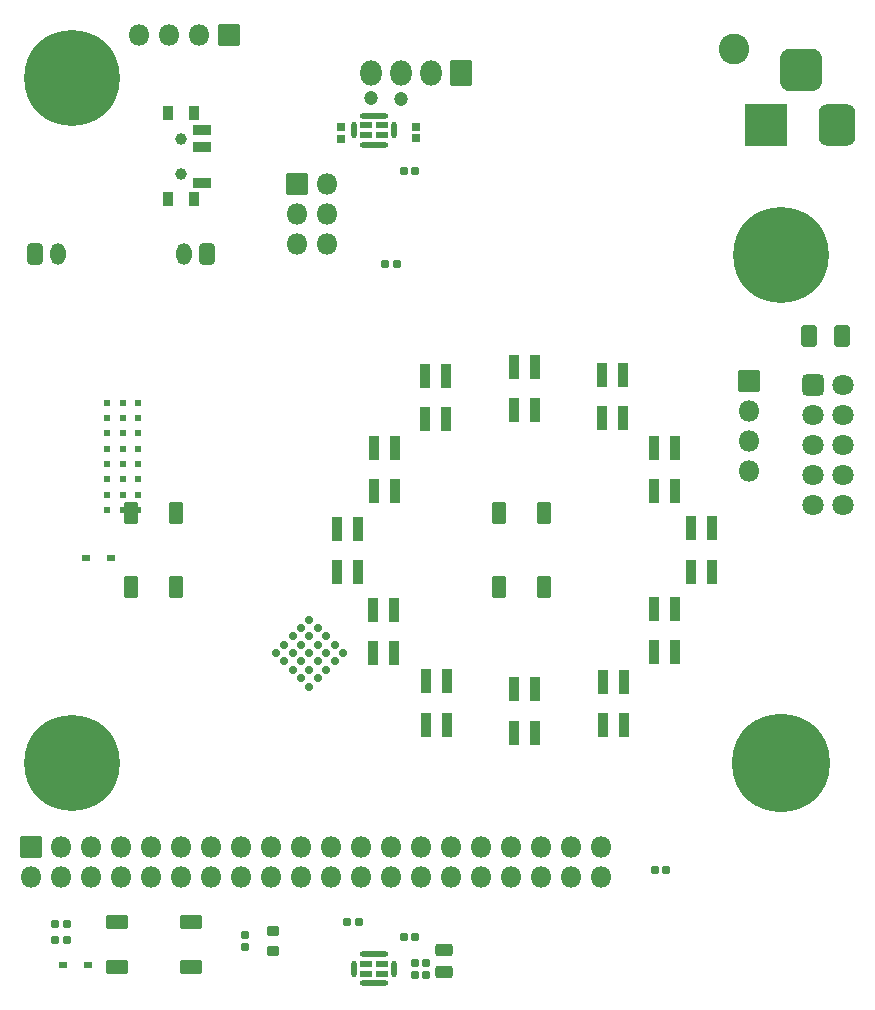
<source format=gbr>
G04 #@! TF.GenerationSoftware,KiCad,Pcbnew,(6.0.7)*
G04 #@! TF.CreationDate,2022-07-29T08:46:12-07:00*
G04 #@! TF.ProjectId,SJ-201-R10,534a2d32-3031-42d5-9231-302e6b696361,rev?*
G04 #@! TF.SameCoordinates,Original*
G04 #@! TF.FileFunction,Soldermask,Bot*
G04 #@! TF.FilePolarity,Negative*
%FSLAX46Y46*%
G04 Gerber Fmt 4.6, Leading zero omitted, Abs format (unit mm)*
G04 Created by KiCad (PCBNEW (6.0.7)) date 2022-07-29 08:46:12*
%MOMM*%
%LPD*%
G01*
G04 APERTURE LIST*
G04 Aperture macros list*
%AMRoundRect*
0 Rectangle with rounded corners*
0 $1 Rounding radius*
0 $2 $3 $4 $5 $6 $7 $8 $9 X,Y pos of 4 corners*
0 Add a 4 corners polygon primitive as box body*
4,1,4,$2,$3,$4,$5,$6,$7,$8,$9,$2,$3,0*
0 Add four circle primitives for the rounded corners*
1,1,$1+$1,$2,$3*
1,1,$1+$1,$4,$5*
1,1,$1+$1,$6,$7*
1,1,$1+$1,$8,$9*
0 Add four rect primitives between the rounded corners*
20,1,$1+$1,$2,$3,$4,$5,0*
20,1,$1+$1,$4,$5,$6,$7,0*
20,1,$1+$1,$6,$7,$8,$9,0*
20,1,$1+$1,$8,$9,$2,$3,0*%
G04 Aperture macros list end*
%ADD10C,1.202000*%
%ADD11RoundRect,0.051000X-0.865000X1.015000X-0.865000X-1.015000X0.865000X-1.015000X0.865000X1.015000X0*%
%ADD12O,1.832000X2.132000*%
%ADD13RoundRect,0.051000X-0.850000X-0.850000X0.850000X-0.850000X0.850000X0.850000X-0.850000X0.850000X0*%
%ADD14O,1.802000X1.802000*%
%ADD15RoundRect,0.051000X1.750000X1.750000X-1.750000X1.750000X-1.750000X-1.750000X1.750000X-1.750000X0*%
%ADD16RoundRect,0.801000X0.750000X1.000000X-0.750000X1.000000X-0.750000X-1.000000X0.750000X-1.000000X0*%
%ADD17RoundRect,0.926000X0.875000X0.875000X-0.875000X0.875000X-0.875000X-0.875000X0.875000X-0.875000X0*%
%ADD18RoundRect,0.300999X-0.350001X-0.625001X0.350001X-0.625001X0.350001X0.625001X-0.350001X0.625001X0*%
%ADD19O,1.302000X1.852000*%
%ADD20RoundRect,0.300999X0.350001X0.625001X-0.350001X0.625001X-0.350001X-0.625001X0.350001X-0.625001X0*%
%ADD21C,8.102000*%
%ADD22RoundRect,0.051000X0.850000X-0.850000X0.850000X0.850000X-0.850000X0.850000X-0.850000X-0.850000X0*%
%ADD23C,8.302000*%
%ADD24C,0.601999*%
%ADD25RoundRect,0.301000X-0.600000X-0.600000X0.600000X-0.600000X0.600000X0.600000X-0.600000X0.600000X0*%
%ADD26C,1.802000*%
%ADD27C,0.702000*%
%ADD28RoundRect,0.051000X-0.850000X0.850000X-0.850000X-0.850000X0.850000X-0.850000X0.850000X0.850000X0*%
%ADD29RoundRect,0.051000X0.400000X-0.950000X0.400000X0.950000X-0.400000X0.950000X-0.400000X-0.950000X0*%
%ADD30RoundRect,0.051000X-0.475000X0.200000X-0.475000X-0.200000X0.475000X-0.200000X0.475000X0.200000X0*%
%ADD31RoundRect,0.201150X0.024850X0.499850X-0.024850X0.499850X-0.024850X-0.499850X0.024850X-0.499850X0*%
%ADD32RoundRect,0.201150X-0.999850X0.024850X-0.999850X-0.024850X0.999850X-0.024850X0.999850X0.024850X0*%
%ADD33C,2.602000*%
%ADD34RoundRect,0.198500X0.147500X0.172500X-0.147500X0.172500X-0.147500X-0.172500X0.147500X-0.172500X0*%
%ADD35RoundRect,0.198500X0.172500X-0.147500X0.172500X0.147500X-0.172500X0.147500X-0.172500X-0.147500X0*%
%ADD36RoundRect,0.051000X0.500000X-0.850000X0.500000X0.850000X-0.500000X0.850000X-0.500000X-0.850000X0*%
%ADD37RoundRect,0.198500X-0.147500X-0.172500X0.147500X-0.172500X0.147500X0.172500X-0.147500X0.172500X0*%
%ADD38RoundRect,0.051000X0.850000X0.500000X-0.850000X0.500000X-0.850000X-0.500000X0.850000X-0.500000X0*%
%ADD39RoundRect,0.051000X0.400000X-0.500000X0.400000X0.500000X-0.400000X0.500000X-0.400000X-0.500000X0*%
%ADD40C,1.002000*%
%ADD41RoundRect,0.051000X0.750000X-0.350000X0.750000X0.350000X-0.750000X0.350000X-0.750000X-0.350000X0*%
%ADD42RoundRect,0.294750X0.456250X-0.243750X0.456250X0.243750X-0.456250X0.243750X-0.456250X-0.243750X0*%
%ADD43RoundRect,0.051000X-0.300000X-0.225000X0.300000X-0.225000X0.300000X0.225000X-0.300000X0.225000X0*%
%ADD44RoundRect,0.191000X0.140000X0.170000X-0.140000X0.170000X-0.140000X-0.170000X0.140000X-0.170000X0*%
%ADD45RoundRect,0.191000X-0.140000X-0.170000X0.140000X-0.170000X0.140000X0.170000X-0.140000X0.170000X0*%
%ADD46RoundRect,0.186000X-0.185000X0.135000X-0.185000X-0.135000X0.185000X-0.135000X0.185000X0.135000X0*%
%ADD47RoundRect,0.251000X-0.275000X0.200000X-0.275000X-0.200000X0.275000X-0.200000X0.275000X0.200000X0*%
%ADD48RoundRect,0.051000X0.300000X0.225000X-0.300000X0.225000X-0.300000X-0.225000X0.300000X-0.225000X0*%
%ADD49RoundRect,0.301000X-0.375000X-0.625000X0.375000X-0.625000X0.375000X0.625000X-0.375000X0.625000X0*%
G04 APERTURE END LIST*
D10*
G04 #@! TO.C,J7*
X34840000Y-7366000D03*
X32300000Y-7329000D03*
D11*
X39920000Y-5206000D03*
D12*
X37380000Y-5206000D03*
X34840000Y-5206000D03*
X32300000Y-5206000D03*
G04 #@! TD*
D13*
G04 #@! TO.C,J5*
X64312800Y-31252000D03*
D14*
X64312800Y-33792000D03*
X64312800Y-36332000D03*
X64312800Y-38872000D03*
G04 #@! TD*
D15*
G04 #@! TO.C,J1*
X65710000Y-9626000D03*
D16*
X71710000Y-9626000D03*
D17*
X68710000Y-4926000D03*
G04 #@! TD*
D18*
G04 #@! TO.C,J3*
X3835400Y-20548600D03*
D19*
X5835400Y-20548600D03*
G04 #@! TD*
D20*
G04 #@! TO.C,J4*
X18433800Y-20556400D03*
D19*
X16433800Y-20556400D03*
G04 #@! TD*
D21*
G04 #@! TO.C,H3*
X7014300Y-5637800D03*
G04 #@! TD*
D22*
G04 #@! TO.C,J6*
X3552000Y-70746000D03*
D14*
X3552000Y-73286000D03*
X6092000Y-70746000D03*
X6092000Y-73286000D03*
X8632000Y-70746000D03*
X8632000Y-73286000D03*
X11172000Y-70746000D03*
X11172000Y-73286000D03*
X13712000Y-70746000D03*
X13712000Y-73286000D03*
X16252000Y-70746000D03*
X16252000Y-73286000D03*
X18792000Y-70746000D03*
X18792000Y-73286000D03*
X21332000Y-70746000D03*
X21332000Y-73286000D03*
X23872000Y-70746000D03*
X23872000Y-73286000D03*
X26412000Y-70746000D03*
X26412000Y-73286000D03*
X28952000Y-70746000D03*
X28952000Y-73286000D03*
X31492000Y-70746000D03*
X31492000Y-73286000D03*
X34032000Y-70746000D03*
X34032000Y-73286000D03*
X36572000Y-70746000D03*
X36572000Y-73286000D03*
X39112000Y-70746000D03*
X39112000Y-73286000D03*
X41652000Y-70746000D03*
X41652000Y-73286000D03*
X44192000Y-70746000D03*
X44192000Y-73286000D03*
X46732000Y-70746000D03*
X46732000Y-73286000D03*
X49272000Y-70746000D03*
X49272000Y-73286000D03*
X51812000Y-70746000D03*
X51812000Y-73286000D03*
G04 #@! TD*
D21*
G04 #@! TO.C,H4*
X7014300Y-63626000D03*
G04 #@! TD*
G04 #@! TO.C,H1*
X67021800Y-20623800D03*
G04 #@! TD*
D23*
G04 #@! TO.C,H2*
X67034500Y-63638700D03*
G04 #@! TD*
D24*
G04 #@! TO.C,U3*
X11261300Y-33106499D03*
X9961300Y-40906501D03*
X9961300Y-35706499D03*
X12561300Y-35706499D03*
X12561300Y-38306501D03*
X12561300Y-37006499D03*
X9961300Y-39606501D03*
X12561300Y-33106499D03*
X11261300Y-40906501D03*
X12561300Y-39606501D03*
X12561300Y-34406499D03*
X9961300Y-37006499D03*
X11261300Y-34406499D03*
X11261300Y-38306501D03*
X9961300Y-34406499D03*
X11261300Y-37006499D03*
X11261300Y-35706499D03*
X9961300Y-38306501D03*
X12561300Y-40906501D03*
X9961300Y-33106499D03*
X11261300Y-39606501D03*
X9961300Y-42206501D03*
X12561300Y-42206501D03*
X11261300Y-42206501D03*
G04 #@! TD*
D25*
G04 #@! TO.C,J11*
X69723000Y-31593400D03*
D26*
X72263000Y-31593400D03*
X69723000Y-34133400D03*
X72263000Y-34133400D03*
X69723000Y-36673400D03*
X72263000Y-36673400D03*
X69723000Y-39213400D03*
X72263000Y-39213400D03*
X69723000Y-41753400D03*
X72263000Y-41753400D03*
G04 #@! TD*
D27*
G04 #@! TO.C,U8*
X29209518Y-55018559D03*
X27795304Y-53604345D03*
X26381091Y-56432773D03*
X25673984Y-52897239D03*
X24966877Y-55018559D03*
X27795304Y-55018559D03*
X27088197Y-55725666D03*
X27795304Y-56432773D03*
X28502411Y-55725666D03*
X29916625Y-54311452D03*
X27088197Y-52897239D03*
X29209518Y-53604345D03*
X28502411Y-54311452D03*
X25673984Y-54311452D03*
X28502411Y-52897239D03*
X26381091Y-55018559D03*
X24966877Y-53604345D03*
X24259770Y-54311452D03*
X26381091Y-52190132D03*
X27088197Y-51483025D03*
X27088197Y-54311452D03*
X27088197Y-57139879D03*
X27795304Y-52190132D03*
X25673984Y-55725666D03*
X26381091Y-53604345D03*
G04 #@! TD*
D13*
G04 #@! TO.C,J12*
X26004600Y-14594600D03*
D14*
X28544600Y-14594600D03*
X26004600Y-17134600D03*
X28544600Y-17134600D03*
X26004600Y-19674600D03*
X28544600Y-19674600D03*
G04 #@! TD*
D28*
G04 #@! TO.C,J9*
X20259200Y-1955800D03*
D14*
X17719200Y-1955800D03*
X15179200Y-1955800D03*
X12639200Y-1955800D03*
G04 #@! TD*
D29*
G04 #@! TO.C,D11*
X59367780Y-43743720D03*
X61147780Y-43743720D03*
X61147780Y-47423720D03*
X59367780Y-47423720D03*
G04 #@! TD*
G04 #@! TO.C,D12*
X56218180Y-36936520D03*
X57998180Y-36936520D03*
X57998180Y-40616520D03*
X56218180Y-40616520D03*
G04 #@! TD*
D30*
G04 #@! TO.C,U10*
X31879000Y-9615000D03*
X33229000Y-9615000D03*
D31*
X34279000Y-10040000D03*
D32*
X32554000Y-8815000D03*
D31*
X30829000Y-10040000D03*
D32*
X32554000Y-11265000D03*
D30*
X31879000Y-10465000D03*
X33229000Y-10465000D03*
G04 #@! TD*
D29*
G04 #@! TO.C,D10*
X56268980Y-50550920D03*
X58048980Y-50550920D03*
X58048980Y-54230920D03*
X56268980Y-54230920D03*
G04 #@! TD*
G04 #@! TO.C,D9*
X51900180Y-56748520D03*
X53680180Y-56748520D03*
X53680180Y-60428520D03*
X51900180Y-60428520D03*
G04 #@! TD*
G04 #@! TO.C,D13*
X51849380Y-30738920D03*
X53629380Y-30738920D03*
X53629380Y-34418920D03*
X51849380Y-34418920D03*
G04 #@! TD*
D30*
G04 #@! TO.C,U11*
X31879000Y-80615000D03*
X33229000Y-80615000D03*
D31*
X34279000Y-81040000D03*
D32*
X32554000Y-79815000D03*
D31*
X30829000Y-81040000D03*
D32*
X32554000Y-82265000D03*
D30*
X31879000Y-81465000D03*
X33229000Y-81465000D03*
G04 #@! TD*
D33*
G04 #@! TO.C,TP12v0*
X63000000Y-3200000D03*
G04 #@! TD*
D29*
G04 #@! TO.C,D6*
X32494580Y-50652520D03*
X34274580Y-50652520D03*
X34274580Y-54332520D03*
X32494580Y-54332520D03*
G04 #@! TD*
G04 #@! TO.C,D5*
X29395780Y-43794520D03*
X31175780Y-43794520D03*
X31175780Y-47474520D03*
X29395780Y-47474520D03*
G04 #@! TD*
G04 #@! TO.C,D3*
X36863380Y-30840520D03*
X38643380Y-30840520D03*
X38643380Y-34520520D03*
X36863380Y-34520520D03*
G04 #@! TD*
G04 #@! TO.C,D2*
X44381780Y-30078520D03*
X46161780Y-30078520D03*
X46161780Y-33758520D03*
X44381780Y-33758520D03*
G04 #@! TD*
D34*
G04 #@! TO.C,R46*
X36045000Y-78384400D03*
X35075000Y-78384400D03*
G04 #@! TD*
D35*
G04 #@! TO.C,R44*
X36068000Y-10695800D03*
X36068000Y-9725800D03*
G04 #@! TD*
G04 #@! TO.C,R43*
X29718000Y-10746600D03*
X29718000Y-9776600D03*
G04 #@! TD*
D36*
G04 #@! TO.C,S1*
X15818020Y-48720000D03*
X15818020Y-42420000D03*
X12018020Y-42420000D03*
X12018020Y-48720000D03*
G04 #@! TD*
G04 #@! TO.C,S3*
X46950800Y-42413400D03*
X46950800Y-48713400D03*
X43150800Y-48713400D03*
X43150800Y-42413400D03*
G04 #@! TD*
D37*
G04 #@! TO.C,R45*
X30299800Y-77114400D03*
X31269800Y-77114400D03*
G04 #@! TD*
D29*
G04 #@! TO.C,D8*
X44381780Y-57358120D03*
X46161780Y-57358120D03*
X46161780Y-61038120D03*
X44381780Y-61038120D03*
G04 #@! TD*
G04 #@! TO.C,D4*
X32545380Y-36936520D03*
X34325380Y-36936520D03*
X34325380Y-40616520D03*
X32545380Y-40616520D03*
G04 #@! TD*
D38*
G04 #@! TO.C,S2*
X10768020Y-77072000D03*
X17068020Y-77072000D03*
X10768020Y-80872000D03*
X17068020Y-80872000D03*
G04 #@! TD*
D29*
G04 #@! TO.C,D7*
X36914180Y-56697720D03*
X38694180Y-56697720D03*
X38694180Y-60377720D03*
X36914180Y-60377720D03*
G04 #@! TD*
D34*
G04 #@! TO.C,C58*
X36959400Y-81594960D03*
X35989400Y-81594960D03*
G04 #@! TD*
G04 #@! TO.C,C56*
X36959400Y-80518000D03*
X35989400Y-80518000D03*
G04 #@! TD*
D39*
G04 #@! TO.C,SW1*
X15123200Y-15892800D03*
D40*
X16223200Y-10742800D03*
X16223200Y-13742800D03*
D39*
X17333200Y-8592800D03*
X15123200Y-8592800D03*
X17333200Y-15892800D03*
D41*
X17983200Y-14492800D03*
X17983200Y-11492800D03*
X17983200Y-9992800D03*
G04 #@! TD*
D42*
G04 #@! TO.C,FB6*
X38506400Y-81303100D03*
X38506400Y-79428100D03*
G04 #@! TD*
D43*
G04 #@! TO.C,D17*
X8150000Y-46300000D03*
X10250000Y-46300000D03*
G04 #@! TD*
D44*
G04 #@! TO.C,C9*
X6525200Y-77266800D03*
X5565200Y-77266800D03*
G04 #@! TD*
D45*
G04 #@! TO.C,C31*
X35080000Y-13462000D03*
X36040000Y-13462000D03*
G04 #@! TD*
G04 #@! TO.C,C30*
X33505200Y-21336000D03*
X34465200Y-21336000D03*
G04 #@! TD*
D44*
G04 #@! TO.C,C54*
X57280000Y-72700000D03*
X56320000Y-72700000D03*
G04 #@! TD*
D46*
G04 #@! TO.C,R13*
X21600000Y-78190000D03*
X21600000Y-79210000D03*
G04 #@! TD*
D47*
G04 #@! TO.C,R17*
X24000000Y-77875000D03*
X24000000Y-79525000D03*
G04 #@! TD*
D48*
G04 #@! TO.C,D18*
X8350000Y-80700000D03*
X6250000Y-80700000D03*
G04 #@! TD*
D44*
G04 #@! TO.C,C34*
X6525200Y-78638400D03*
X5565200Y-78638400D03*
G04 #@! TD*
D49*
G04 #@! TO.C,F1*
X69400000Y-27500000D03*
X72200000Y-27500000D03*
G04 #@! TD*
M02*

</source>
